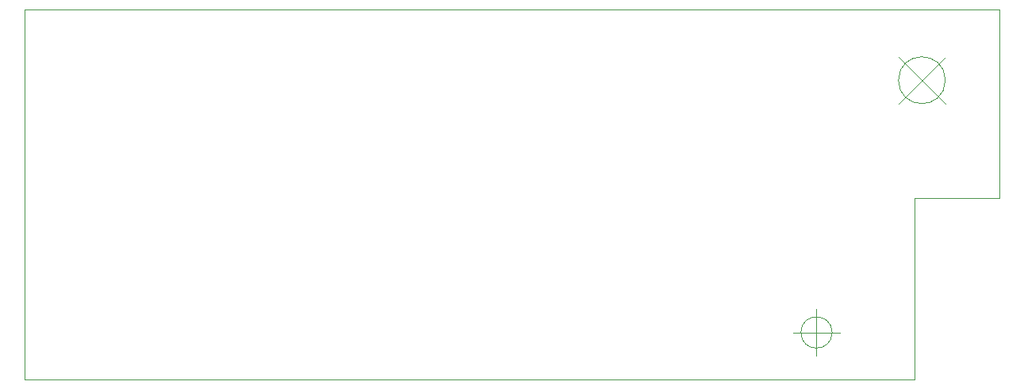
<source format=gbr>
%TF.GenerationSoftware,KiCad,Pcbnew,6.0.4-6f826c9f35~116~ubuntu20.04.1*%
%TF.CreationDate,2022-04-01T16:54:59+02:00*%
%TF.ProjectId,placaCANSAT_V3,706c6163-6143-4414-9e53-41545f56332e,rev?*%
%TF.SameCoordinates,Original*%
%TF.FileFunction,Profile,NP*%
%FSLAX46Y46*%
G04 Gerber Fmt 4.6, Leading zero omitted, Abs format (unit mm)*
G04 Created by KiCad (PCBNEW 6.0.4-6f826c9f35~116~ubuntu20.04.1) date 2022-04-01 16:54:59*
%MOMM*%
%LPD*%
G01*
G04 APERTURE LIST*
%TA.AperFunction,Profile*%
%ADD10C,0.100000*%
%TD*%
%TA.AperFunction,Profile*%
%ADD11C,0.050000*%
%TD*%
G04 APERTURE END LIST*
D10*
X104000000Y-770000D02*
X104000000Y-20150000D01*
X0Y0D02*
X104000000Y0D01*
X0Y-39530000D02*
X0Y0D01*
X0Y0D02*
X0Y-770000D01*
X95000000Y-39530000D02*
X0Y-39530000D01*
X104000000Y0D02*
X104000000Y-770000D01*
D11*
X95000000Y-39530000D02*
X95000000Y-20150000D01*
X95000000Y-20150000D02*
X104000000Y-20150000D01*
X86166666Y-34530000D02*
G75*
G03*
X86166666Y-34530000I-1666666J0D01*
G01*
X82000000Y-34530000D02*
X87000000Y-34530000D01*
X84500000Y-32030000D02*
X84500000Y-37030000D01*
X98250000Y-7570000D02*
G75*
G03*
X98250000Y-7570000I-2500000J0D01*
G01*
X93250000Y-5070000D02*
X98250000Y-10070000D01*
X93250000Y-10070000D02*
X98250000Y-5070000D01*
M02*

</source>
